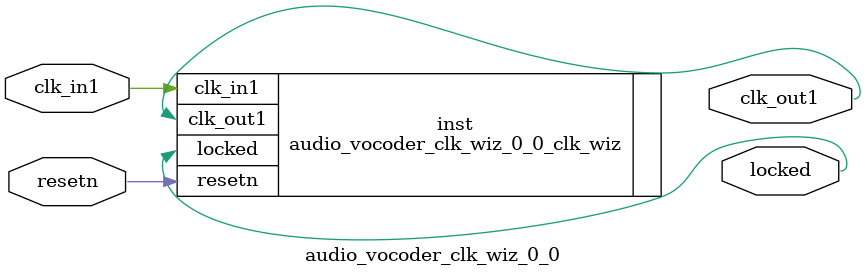
<source format=v>


`timescale 1ps/1ps

(* CORE_GENERATION_INFO = "audio_vocoder_clk_wiz_0_0,clk_wiz_v6_0_2_0_0,{component_name=audio_vocoder_clk_wiz_0_0,use_phase_alignment=true,use_min_o_jitter=false,use_max_i_jitter=false,use_dyn_phase_shift=false,use_inclk_switchover=false,use_dyn_reconfig=false,enable_axi=0,feedback_source=FDBK_AUTO,PRIMITIVE=MMCM,num_out_clk=1,clkin1_period=10.000,clkin2_period=10.000,use_power_down=false,use_reset=true,use_locked=true,use_inclk_stopped=false,feedback_type=SINGLE,CLOCK_MGR_TYPE=NA,manual_override=false}" *)

module audio_vocoder_clk_wiz_0_0 
 (
  // Clock out ports
  output        clk_out1,
  // Status and control signals
  input         resetn,
  output        locked,
 // Clock in ports
  input         clk_in1
 );

  audio_vocoder_clk_wiz_0_0_clk_wiz inst
  (
  // Clock out ports  
  .clk_out1(clk_out1),
  // Status and control signals               
  .resetn(resetn), 
  .locked(locked),
 // Clock in ports
  .clk_in1(clk_in1)
  );

endmodule

</source>
